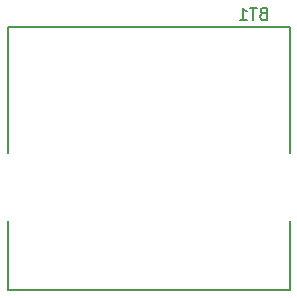
<source format=gbr>
%TF.GenerationSoftware,KiCad,Pcbnew,8.0.8-8.0.8-0~ubuntu24.04.1*%
%TF.CreationDate,2025-08-05T20:55:52-04:00*%
%TF.ProjectId,electronics,656c6563-7472-46f6-9e69-63732e6b6963,rev?*%
%TF.SameCoordinates,Original*%
%TF.FileFunction,Legend,Bot*%
%TF.FilePolarity,Positive*%
%FSLAX46Y46*%
G04 Gerber Fmt 4.6, Leading zero omitted, Abs format (unit mm)*
G04 Created by KiCad (PCBNEW 8.0.8-8.0.8-0~ubuntu24.04.1) date 2025-08-05 20:55:52*
%MOMM*%
%LPD*%
G01*
G04 APERTURE LIST*
%ADD10C,0.150000*%
%ADD11C,0.127000*%
G04 APERTURE END LIST*
D10*
X214495714Y-76836009D02*
X214352857Y-76883628D01*
X214352857Y-76883628D02*
X214305238Y-76931247D01*
X214305238Y-76931247D02*
X214257619Y-77026485D01*
X214257619Y-77026485D02*
X214257619Y-77169342D01*
X214257619Y-77169342D02*
X214305238Y-77264580D01*
X214305238Y-77264580D02*
X214352857Y-77312200D01*
X214352857Y-77312200D02*
X214448095Y-77359819D01*
X214448095Y-77359819D02*
X214829047Y-77359819D01*
X214829047Y-77359819D02*
X214829047Y-76359819D01*
X214829047Y-76359819D02*
X214495714Y-76359819D01*
X214495714Y-76359819D02*
X214400476Y-76407438D01*
X214400476Y-76407438D02*
X214352857Y-76455057D01*
X214352857Y-76455057D02*
X214305238Y-76550295D01*
X214305238Y-76550295D02*
X214305238Y-76645533D01*
X214305238Y-76645533D02*
X214352857Y-76740771D01*
X214352857Y-76740771D02*
X214400476Y-76788390D01*
X214400476Y-76788390D02*
X214495714Y-76836009D01*
X214495714Y-76836009D02*
X214829047Y-76836009D01*
X213971904Y-76359819D02*
X213400476Y-76359819D01*
X213686190Y-77359819D02*
X213686190Y-76359819D01*
X212543333Y-77359819D02*
X213114761Y-77359819D01*
X212829047Y-77359819D02*
X212829047Y-76359819D01*
X212829047Y-76359819D02*
X212924285Y-76502676D01*
X212924285Y-76502676D02*
X213019523Y-76597914D01*
X213019523Y-76597914D02*
X213114761Y-76645533D01*
D11*
%TO.C,BT1*%
X192895000Y-77990000D02*
X216745000Y-77990000D01*
X216745000Y-77990000D02*
X216745000Y-88610000D01*
X216745000Y-94410000D02*
X216745000Y-100260000D01*
X192895000Y-88610000D02*
X192895000Y-77990000D01*
X216745000Y-100260000D02*
X192895000Y-100260000D01*
X192895000Y-94410000D02*
X192895000Y-100260000D01*
%TD*%
M02*

</source>
